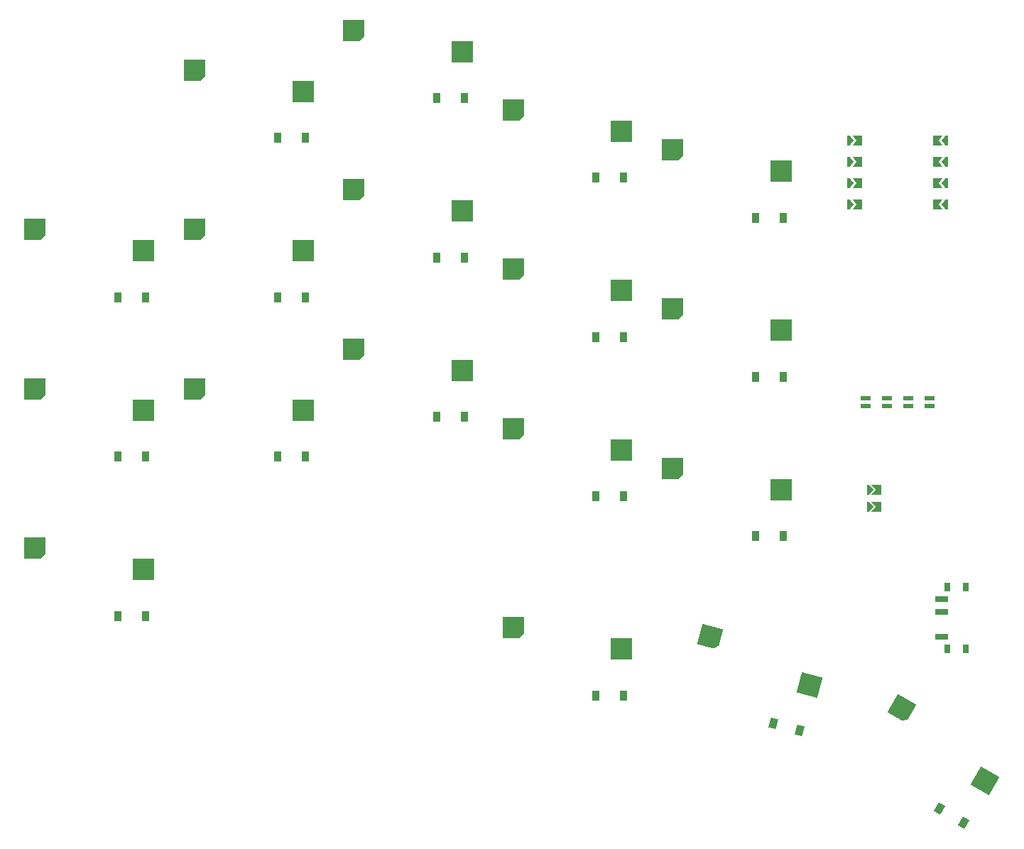
<source format=gbr>
%TF.GenerationSoftware,KiCad,Pcbnew,9.0.7*%
%TF.CreationDate,2026-01-26T01:07:56-05:00*%
%TF.ProjectId,v3,76332e6b-6963-4616-945f-706362585858,rev?*%
%TF.SameCoordinates,Original*%
%TF.FileFunction,Paste,Top*%
%TF.FilePolarity,Positive*%
%FSLAX46Y46*%
G04 Gerber Fmt 4.6, Leading zero omitted, Abs format (unit mm)*
G04 Created by KiCad (PCBNEW 9.0.7) date 2026-01-26 01:07:56*
%MOMM*%
%LPD*%
G01*
G04 APERTURE LIST*
G04 Aperture macros list*
%AMRotRect*
0 Rectangle, with rotation*
0 The origin of the aperture is its center*
0 $1 length*
0 $2 width*
0 $3 Rotation angle, in degrees counterclockwise*
0 Add horizontal line*
21,1,$1,$2,0,0,$3*%
%AMOutline5P*
0 Free polygon, 5 corners , with rotation*
0 The origin of the aperture is its center*
0 number of corners: always 5*
0 $1 to $10 corner X, Y*
0 $11 Rotation angle, in degrees counterclockwise*
0 create outline with 5 corners*
4,1,5,$1,$2,$3,$4,$5,$6,$7,$8,$9,$10,$1,$2,$11*%
%AMOutline6P*
0 Free polygon, 6 corners , with rotation*
0 The origin of the aperture is its center*
0 number of corners: always 6*
0 $1 to $12 corner X, Y*
0 $13 Rotation angle, in degrees counterclockwise*
0 create outline with 6 corners*
4,1,6,$1,$2,$3,$4,$5,$6,$7,$8,$9,$10,$11,$12,$1,$2,$13*%
%AMOutline7P*
0 Free polygon, 7 corners , with rotation*
0 The origin of the aperture is its center*
0 number of corners: always 7*
0 $1 to $14 corner X, Y*
0 $15 Rotation angle, in degrees counterclockwise*
0 create outline with 7 corners*
4,1,7,$1,$2,$3,$4,$5,$6,$7,$8,$9,$10,$11,$12,$13,$14,$1,$2,$15*%
%AMOutline8P*
0 Free polygon, 8 corners , with rotation*
0 The origin of the aperture is its center*
0 number of corners: always 8*
0 $1 to $16 corner X, Y*
0 $17 Rotation angle, in degrees counterclockwise*
0 create outline with 8 corners*
4,1,8,$1,$2,$3,$4,$5,$6,$7,$8,$9,$10,$11,$12,$13,$14,$15,$16,$1,$2,$17*%
%AMFreePoly0*
4,1,6,0.600000,-1.000000,0.000000,-0.400000,-0.600000,-1.000000,-0.600000,0.250000,0.600000,0.250000,0.600000,-1.000000,0.600000,-1.000000,$1*%
%AMFreePoly1*
4,1,6,0.600000,-0.200000,0.600000,-0.400000,-0.600000,-0.400000,-0.600000,-0.200000,0.000000,0.400000,0.600000,-0.200000,0.600000,-0.200000,$1*%
%AMFreePoly2*
4,1,6,0.250000,0.000000,-0.250000,-0.625000,-0.500000,-0.625000,-0.500000,0.625000,-0.250000,0.625000,0.250000,0.000000,0.250000,0.000000,$1*%
%AMFreePoly3*
4,1,6,0.500000,-0.625000,-0.650000,-0.625000,-0.150000,0.000000,-0.650000,0.625000,0.500000,0.625000,0.500000,-0.625000,0.500000,-0.625000,$1*%
G04 Aperture macros list end*
%ADD10R,0.900000X1.200000*%
%ADD11RotRect,0.900000X1.200000X150.000000*%
%ADD12FreePoly0,270.000000*%
%ADD13FreePoly1,270.000000*%
%ADD14FreePoly2,180.000000*%
%ADD15FreePoly2,0.000000*%
%ADD16FreePoly3,180.000000*%
%ADD17FreePoly3,0.000000*%
%ADD18RotRect,0.900000X1.200000X165.000000*%
%ADD19R,1.200000X0.600000*%
%ADD20R,0.800000X1.000000*%
%ADD21R,1.500000X0.700000*%
%ADD22R,2.550000X2.500000*%
%ADD23Outline5P,-1.275000X1.250000X1.275000X1.250000X1.275000X-0.750000X0.775000X-1.250000X-1.275000X-1.250000X0.000000*%
%ADD24RotRect,2.550000X2.500000X345.000000*%
%ADD25Outline5P,-1.275000X1.250000X1.275000X1.250000X1.275000X-0.750000X0.775000X-1.250000X-1.275000X-1.250000X345.000000*%
%ADD26RotRect,2.550000X2.500000X330.000000*%
%ADD27Outline5P,-1.275000X1.250000X1.275000X1.250000X1.275000X-0.750000X0.775000X-1.250000X-1.275000X-1.250000X330.000000*%
G04 APERTURE END LIST*
D10*
%TO.C,D8*%
X140050000Y-77150000D03*
X136750000Y-77150000D03*
%TD*%
%TO.C,D5*%
X121050000Y-81900000D03*
X117750000Y-81900000D03*
%TD*%
D11*
%TO.C,D18*%
X199565287Y-144548076D03*
X196707403Y-142898076D03*
%TD*%
D10*
%TO.C,D11*%
X159050000Y-86650000D03*
X155750000Y-86650000D03*
%TD*%
%TO.C,D13*%
X178050000Y-110400000D03*
X174750000Y-110400000D03*
%TD*%
%TO.C,D9*%
X140050000Y-58150000D03*
X136750000Y-58150000D03*
%TD*%
%TO.C,D12*%
X159050000Y-67650000D03*
X155750000Y-67650000D03*
%TD*%
D12*
%TO.C,JST1*%
X189516000Y-106900000D03*
X189516000Y-104900000D03*
D13*
X188500000Y-106900000D03*
X188500000Y-104900000D03*
%TD*%
D10*
%TO.C,D16*%
X159050000Y-129400000D03*
X155750000Y-129400000D03*
%TD*%
%TO.C,D6*%
X121050000Y-62900000D03*
X117750000Y-62900000D03*
%TD*%
D14*
%TO.C,MCU1*%
X197200000Y-63200000D03*
X197200000Y-65740000D03*
X197200000Y-68280000D03*
X197200000Y-70820000D03*
D15*
X186200000Y-70820000D03*
X186200000Y-68280000D03*
X186200000Y-65740000D03*
X186200000Y-63200000D03*
D16*
X196475000Y-63200000D03*
X196475000Y-65740000D03*
X196475000Y-68280000D03*
X196475000Y-70820000D03*
D17*
X186925000Y-70820000D03*
X186925000Y-68280000D03*
X186925000Y-65740000D03*
X186925000Y-63200000D03*
%TD*%
D10*
%TO.C,D3*%
X102050000Y-81900000D03*
X98750000Y-81900000D03*
%TD*%
%TO.C,D15*%
X178050000Y-72400000D03*
X174750000Y-72400000D03*
%TD*%
%TO.C,D1*%
X102050000Y-119900000D03*
X98750000Y-119900000D03*
%TD*%
D18*
%TO.C,D17*%
X180023098Y-133575096D03*
X176835542Y-132720996D03*
%TD*%
D10*
%TO.C,D2*%
X102050000Y-100900000D03*
X98750000Y-100900000D03*
%TD*%
%TO.C,D4*%
X121050000Y-100900000D03*
X117750000Y-100900000D03*
%TD*%
D19*
%TO.C,DISP1*%
X187890000Y-94850000D03*
X190430000Y-94850000D03*
X192970000Y-94850000D03*
X195510000Y-94850000D03*
X187890000Y-93950000D03*
X190430000Y-93950000D03*
X192970000Y-93950000D03*
X195510000Y-93950000D03*
%TD*%
D20*
%TO.C,PWR1*%
X197615000Y-116500000D03*
X197615000Y-123800000D03*
X199825000Y-116500000D03*
X199825000Y-123800000D03*
D21*
X196965000Y-122400000D03*
X196965000Y-119400000D03*
X196965000Y-117900000D03*
%TD*%
D10*
%TO.C,D10*%
X159050000Y-105650000D03*
X155750000Y-105650000D03*
%TD*%
%TO.C,D14*%
X178050000Y-91400000D03*
X174750000Y-91400000D03*
%TD*%
%TO.C,D7*%
X140050000Y-96150000D03*
X136750000Y-96150000D03*
%TD*%
D22*
%TO.C,S4*%
X120785000Y-95360000D03*
D23*
X107858000Y-92820000D03*
%TD*%
D22*
%TO.C,S8*%
X139785000Y-71610000D03*
D23*
X126858000Y-69070000D03*
%TD*%
D22*
%TO.C,S2*%
X101785000Y-95360000D03*
D23*
X88858000Y-92820000D03*
%TD*%
D22*
%TO.C,S3*%
X101785000Y-76360000D03*
D23*
X88858000Y-73820000D03*
%TD*%
D22*
%TO.C,S1*%
X101785000Y-114360000D03*
D23*
X88858000Y-111820000D03*
%TD*%
D22*
%TO.C,S12*%
X158785000Y-62110000D03*
D23*
X145858000Y-59570000D03*
%TD*%
D22*
%TO.C,S10*%
X158785000Y-100110000D03*
D23*
X145858000Y-97570000D03*
%TD*%
D22*
%TO.C,S15*%
X177785000Y-66860000D03*
D23*
X164858000Y-64320000D03*
%TD*%
D22*
%TO.C,S14*%
X177785000Y-85860000D03*
D23*
X164858000Y-83320000D03*
%TD*%
D22*
%TO.C,S11*%
X158785000Y-81110000D03*
D23*
X145858000Y-78570000D03*
%TD*%
D22*
%TO.C,S9*%
X139785000Y-52610000D03*
D23*
X126858000Y-50070000D03*
%TD*%
D22*
%TO.C,S7*%
X139785000Y-90610000D03*
D23*
X126858000Y-88070000D03*
%TD*%
D22*
%TO.C,S5*%
X120785000Y-76360000D03*
D23*
X107858000Y-73820000D03*
%TD*%
D22*
%TO.C,S6*%
X120785000Y-57360000D03*
D23*
X107858000Y-54820000D03*
%TD*%
D24*
%TO.C,S17*%
X181200985Y-128155281D03*
D25*
X169371862Y-122356076D03*
%TD*%
D22*
%TO.C,S16*%
X158785000Y-123860000D03*
D23*
X145858000Y-121320000D03*
%TD*%
D22*
%TO.C,S13*%
X177785000Y-104860000D03*
D23*
X164858000Y-102320000D03*
%TD*%
D26*
%TO.C,S18*%
X202105790Y-139617795D03*
D27*
X192180680Y-130954591D03*
%TD*%
M02*

</source>
